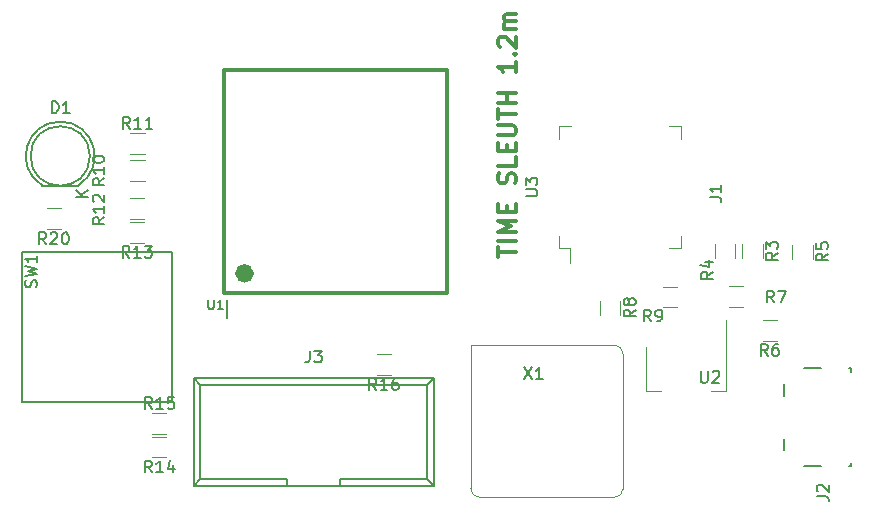
<source format=gto>
G04 #@! TF.GenerationSoftware,KiCad,Pcbnew,(5.1.6)-1*
G04 #@! TF.CreationDate,2020-11-05T21:16:00+01:00*
G04 #@! TF.ProjectId,lag_tester,6c61675f-7465-4737-9465-722e6b696361,rev?*
G04 #@! TF.SameCoordinates,Original*
G04 #@! TF.FileFunction,Legend,Top*
G04 #@! TF.FilePolarity,Positive*
%FSLAX46Y46*%
G04 Gerber Fmt 4.6, Leading zero omitted, Abs format (unit mm)*
G04 Created by KiCad (PCBNEW (5.1.6)-1) date 2020-11-05 21:16:00*
%MOMM*%
%LPD*%
G01*
G04 APERTURE LIST*
%ADD10C,0.300000*%
%ADD11C,0.150000*%
%ADD12C,0.120000*%
%ADD13C,0.350000*%
%ADD14C,1.000000*%
G04 APERTURE END LIST*
D10*
X108678571Y-96892857D02*
X108678571Y-96035714D01*
X110178571Y-96464285D02*
X108678571Y-96464285D01*
X110178571Y-95535714D02*
X108678571Y-95535714D01*
X110178571Y-94821428D02*
X108678571Y-94821428D01*
X109750000Y-94321428D01*
X108678571Y-93821428D01*
X110178571Y-93821428D01*
X109392857Y-93107142D02*
X109392857Y-92607142D01*
X110178571Y-92392857D02*
X110178571Y-93107142D01*
X108678571Y-93107142D01*
X108678571Y-92392857D01*
X110107142Y-90678571D02*
X110178571Y-90464285D01*
X110178571Y-90107142D01*
X110107142Y-89964285D01*
X110035714Y-89892857D01*
X109892857Y-89821428D01*
X109750000Y-89821428D01*
X109607142Y-89892857D01*
X109535714Y-89964285D01*
X109464285Y-90107142D01*
X109392857Y-90392857D01*
X109321428Y-90535714D01*
X109250000Y-90607142D01*
X109107142Y-90678571D01*
X108964285Y-90678571D01*
X108821428Y-90607142D01*
X108750000Y-90535714D01*
X108678571Y-90392857D01*
X108678571Y-90035714D01*
X108750000Y-89821428D01*
X110178571Y-88464285D02*
X110178571Y-89178571D01*
X108678571Y-89178571D01*
X109392857Y-87964285D02*
X109392857Y-87464285D01*
X110178571Y-87250000D02*
X110178571Y-87964285D01*
X108678571Y-87964285D01*
X108678571Y-87250000D01*
X108678571Y-86607142D02*
X109892857Y-86607142D01*
X110035714Y-86535714D01*
X110107142Y-86464285D01*
X110178571Y-86321428D01*
X110178571Y-86035714D01*
X110107142Y-85892857D01*
X110035714Y-85821428D01*
X109892857Y-85750000D01*
X108678571Y-85750000D01*
X108678571Y-85250000D02*
X108678571Y-84392857D01*
X110178571Y-84821428D02*
X108678571Y-84821428D01*
X110178571Y-83892857D02*
X108678571Y-83892857D01*
X109392857Y-83892857D02*
X109392857Y-83035714D01*
X110178571Y-83035714D02*
X108678571Y-83035714D01*
X110178571Y-80392857D02*
X110178571Y-81250000D01*
X110178571Y-80821428D02*
X108678571Y-80821428D01*
X108892857Y-80964285D01*
X109035714Y-81107142D01*
X109107142Y-81250000D01*
X110035714Y-79750000D02*
X110107142Y-79678571D01*
X110178571Y-79750000D01*
X110107142Y-79821428D01*
X110035714Y-79750000D01*
X110178571Y-79750000D01*
X108821428Y-79107142D02*
X108750000Y-79035714D01*
X108678571Y-78892857D01*
X108678571Y-78535714D01*
X108750000Y-78392857D01*
X108821428Y-78321428D01*
X108964285Y-78250000D01*
X109107142Y-78250000D01*
X109321428Y-78321428D01*
X110178571Y-79178571D01*
X110178571Y-78250000D01*
X110178571Y-77607142D02*
X109178571Y-77607142D01*
X109321428Y-77607142D02*
X109250000Y-77535714D01*
X109178571Y-77392857D01*
X109178571Y-77178571D01*
X109250000Y-77035714D01*
X109392857Y-76964285D01*
X110178571Y-76964285D01*
X109392857Y-76964285D02*
X109250000Y-76892857D01*
X109178571Y-76750000D01*
X109178571Y-76535714D01*
X109250000Y-76392857D01*
X109392857Y-76321428D01*
X110178571Y-76321428D01*
D11*
X134605000Y-114640000D02*
X136005000Y-114640000D01*
X138405000Y-114640000D02*
X138555000Y-114640000D01*
X138555000Y-114640000D02*
X138555000Y-114340000D01*
X138555000Y-106640000D02*
X138555000Y-106340000D01*
X138555000Y-106340000D02*
X138405000Y-106340000D01*
X136005000Y-106340000D02*
X134605000Y-106340000D01*
X132855000Y-112290000D02*
X132855000Y-113290000D01*
X132855000Y-108690000D02*
X132855000Y-107690000D01*
X68340000Y-96460000D02*
X81040000Y-96460000D01*
X68340000Y-109160000D02*
X68340000Y-96460000D01*
X81040000Y-109160000D02*
X68340000Y-109160000D01*
X81040000Y-96460000D02*
X81040000Y-109160000D01*
D12*
X113825000Y-96175000D02*
X114775000Y-96175000D01*
X113825000Y-85825000D02*
X114875000Y-85825000D01*
X124175000Y-85825000D02*
X123125000Y-85825000D01*
X124175000Y-96175000D02*
X123125000Y-96175000D01*
X113825000Y-96175000D02*
X113825000Y-95125000D01*
X124175000Y-96175000D02*
X124175000Y-95125000D01*
X124175000Y-85825000D02*
X124175000Y-86875000D01*
X113825000Y-85825000D02*
X113825000Y-86875000D01*
X114775000Y-96175000D02*
X114775000Y-97450000D01*
X77500000Y-93920000D02*
X78700000Y-93920000D01*
X78700000Y-95680000D02*
X77500000Y-95680000D01*
X78700000Y-93680000D02*
X77500000Y-93680000D01*
X77500000Y-91920000D02*
X78700000Y-91920000D01*
X78750000Y-88180000D02*
X77550000Y-88180000D01*
X77550000Y-86420000D02*
X78750000Y-86420000D01*
X77550000Y-88720000D02*
X78750000Y-88720000D01*
X78750000Y-90480000D02*
X77550000Y-90480000D01*
X99600000Y-106880000D02*
X98400000Y-106880000D01*
X98400000Y-105120000D02*
X99600000Y-105120000D01*
X71650000Y-94555000D02*
X70450000Y-94555000D01*
X70450000Y-92795000D02*
X71650000Y-92795000D01*
D11*
X74117936Y-88355000D02*
G75*
G03*
X74117936Y-88355000I-2517936J0D01*
G01*
X73100000Y-90855000D02*
X70100000Y-90855000D01*
X73124904Y-90839888D02*
G75*
G03*
X70100000Y-90855000I-1524904J2484888D01*
G01*
D12*
X132270000Y-104000000D02*
X131070000Y-104000000D01*
X131070000Y-102240000D02*
X132270000Y-102240000D01*
X129440000Y-101160000D02*
X128240000Y-101160000D01*
X128240000Y-99400000D02*
X129440000Y-99400000D01*
X133570000Y-97050000D02*
X133570000Y-95850000D01*
X135330000Y-95850000D02*
X135330000Y-97050000D01*
X131100000Y-95790000D02*
X131100000Y-96990000D01*
X129340000Y-96990000D02*
X129340000Y-95790000D01*
X127000000Y-97020000D02*
X127000000Y-95820000D01*
X128760000Y-95820000D02*
X128760000Y-97020000D01*
X117280000Y-101800000D02*
X117280000Y-100600000D01*
X119040000Y-100600000D02*
X119040000Y-101800000D01*
X123840000Y-101180000D02*
X122640000Y-101180000D01*
X122640000Y-99420000D02*
X123840000Y-99420000D01*
X128002782Y-102249344D02*
X128002782Y-108259344D01*
X121182782Y-104499344D02*
X121182782Y-108259344D01*
X128002782Y-108259344D02*
X126742782Y-108259344D01*
X121182782Y-108259344D02*
X122442782Y-108259344D01*
D13*
X85508000Y-99992000D02*
X104392000Y-99992000D01*
X85508000Y-81108000D02*
X85508000Y-99992000D01*
X104392000Y-81108000D02*
X85508000Y-81108000D01*
X104392000Y-99992000D02*
X104392000Y-81108000D01*
D11*
X85700000Y-102050000D02*
X85700000Y-100550000D01*
D14*
X87486981Y-98297000D02*
G75*
G03*
X87486981Y-98297000I-283981J0D01*
G01*
D12*
X80600000Y-113880000D02*
X79400000Y-113880000D01*
X79400000Y-112120000D02*
X80600000Y-112120000D01*
X80600000Y-111880000D02*
X79400000Y-111880000D01*
X79400000Y-110120000D02*
X80600000Y-110120000D01*
D11*
X103240000Y-116280000D02*
X102680000Y-115730000D01*
X82920000Y-116280000D02*
X83460000Y-115730000D01*
X103240000Y-107180000D02*
X102680000Y-107730000D01*
X82920000Y-107180000D02*
X83460000Y-107730000D01*
X102680000Y-107730000D02*
X102680000Y-115730000D01*
X103240000Y-107180000D02*
X103240000Y-116280000D01*
X83460000Y-107730000D02*
X83460000Y-115730000D01*
X82920000Y-107180000D02*
X82920000Y-116280000D01*
X95330000Y-115730000D02*
X95330000Y-116280000D01*
X90830000Y-115730000D02*
X90830000Y-116280000D01*
X95330000Y-115730000D02*
X102680000Y-115730000D01*
X83460000Y-115730000D02*
X90830000Y-115730000D01*
X82920000Y-116280000D02*
X103240000Y-116280000D01*
X83460000Y-107730000D02*
X102680000Y-107730000D01*
X82920000Y-107180000D02*
X103240000Y-107180000D01*
D12*
X106360000Y-104360000D02*
X106360000Y-116510000D01*
X107110000Y-117260000D02*
X118510000Y-117260000D01*
X119260000Y-116510000D02*
X119260000Y-105110000D01*
X118510000Y-104360000D02*
X106360000Y-104360000D01*
X106360000Y-116510000D02*
G75*
G03*
X107110000Y-117260000I750000J0D01*
G01*
X118510000Y-117260000D02*
G75*
G03*
X119260000Y-116510000I0J750000D01*
G01*
X119260000Y-105110000D02*
G75*
G03*
X118510000Y-104360000I-750000J0D01*
G01*
D11*
X135657380Y-117173333D02*
X136371666Y-117173333D01*
X136514523Y-117220952D01*
X136609761Y-117316190D01*
X136657380Y-117459047D01*
X136657380Y-117554285D01*
X135752619Y-116744761D02*
X135705000Y-116697142D01*
X135657380Y-116601904D01*
X135657380Y-116363809D01*
X135705000Y-116268571D01*
X135752619Y-116220952D01*
X135847857Y-116173333D01*
X135943095Y-116173333D01*
X136085952Y-116220952D01*
X136657380Y-116792380D01*
X136657380Y-116173333D01*
X69579761Y-99458333D02*
X69627380Y-99315476D01*
X69627380Y-99077380D01*
X69579761Y-98982142D01*
X69532142Y-98934523D01*
X69436904Y-98886904D01*
X69341666Y-98886904D01*
X69246428Y-98934523D01*
X69198809Y-98982142D01*
X69151190Y-99077380D01*
X69103571Y-99267857D01*
X69055952Y-99363095D01*
X69008333Y-99410714D01*
X68913095Y-99458333D01*
X68817857Y-99458333D01*
X68722619Y-99410714D01*
X68675000Y-99363095D01*
X68627380Y-99267857D01*
X68627380Y-99029761D01*
X68675000Y-98886904D01*
X68627380Y-98553571D02*
X69627380Y-98315476D01*
X68913095Y-98125000D01*
X69627380Y-97934523D01*
X68627380Y-97696428D01*
X69627380Y-96791666D02*
X69627380Y-97363095D01*
X69627380Y-97077380D02*
X68627380Y-97077380D01*
X68770238Y-97172619D01*
X68865476Y-97267857D01*
X68913095Y-97363095D01*
X111002380Y-91761904D02*
X111811904Y-91761904D01*
X111907142Y-91714285D01*
X111954761Y-91666666D01*
X112002380Y-91571428D01*
X112002380Y-91380952D01*
X111954761Y-91285714D01*
X111907142Y-91238095D01*
X111811904Y-91190476D01*
X111002380Y-91190476D01*
X111002380Y-90809523D02*
X111002380Y-90190476D01*
X111383333Y-90523809D01*
X111383333Y-90380952D01*
X111430952Y-90285714D01*
X111478571Y-90238095D01*
X111573809Y-90190476D01*
X111811904Y-90190476D01*
X111907142Y-90238095D01*
X111954761Y-90285714D01*
X112002380Y-90380952D01*
X112002380Y-90666666D01*
X111954761Y-90761904D01*
X111907142Y-90809523D01*
X126577380Y-91833333D02*
X127291666Y-91833333D01*
X127434523Y-91880952D01*
X127529761Y-91976190D01*
X127577380Y-92119047D01*
X127577380Y-92214285D01*
X127577380Y-90833333D02*
X127577380Y-91404761D01*
X127577380Y-91119047D02*
X126577380Y-91119047D01*
X126720238Y-91214285D01*
X126815476Y-91309523D01*
X126863095Y-91404761D01*
X77457142Y-96952380D02*
X77123809Y-96476190D01*
X76885714Y-96952380D02*
X76885714Y-95952380D01*
X77266666Y-95952380D01*
X77361904Y-96000000D01*
X77409523Y-96047619D01*
X77457142Y-96142857D01*
X77457142Y-96285714D01*
X77409523Y-96380952D01*
X77361904Y-96428571D01*
X77266666Y-96476190D01*
X76885714Y-96476190D01*
X78409523Y-96952380D02*
X77838095Y-96952380D01*
X78123809Y-96952380D02*
X78123809Y-95952380D01*
X78028571Y-96095238D01*
X77933333Y-96190476D01*
X77838095Y-96238095D01*
X78742857Y-95952380D02*
X79361904Y-95952380D01*
X79028571Y-96333333D01*
X79171428Y-96333333D01*
X79266666Y-96380952D01*
X79314285Y-96428571D01*
X79361904Y-96523809D01*
X79361904Y-96761904D01*
X79314285Y-96857142D01*
X79266666Y-96904761D01*
X79171428Y-96952380D01*
X78885714Y-96952380D01*
X78790476Y-96904761D01*
X78742857Y-96857142D01*
X75352380Y-93542857D02*
X74876190Y-93876190D01*
X75352380Y-94114285D02*
X74352380Y-94114285D01*
X74352380Y-93733333D01*
X74400000Y-93638095D01*
X74447619Y-93590476D01*
X74542857Y-93542857D01*
X74685714Y-93542857D01*
X74780952Y-93590476D01*
X74828571Y-93638095D01*
X74876190Y-93733333D01*
X74876190Y-94114285D01*
X75352380Y-92590476D02*
X75352380Y-93161904D01*
X75352380Y-92876190D02*
X74352380Y-92876190D01*
X74495238Y-92971428D01*
X74590476Y-93066666D01*
X74638095Y-93161904D01*
X74447619Y-92209523D02*
X74400000Y-92161904D01*
X74352380Y-92066666D01*
X74352380Y-91828571D01*
X74400000Y-91733333D01*
X74447619Y-91685714D01*
X74542857Y-91638095D01*
X74638095Y-91638095D01*
X74780952Y-91685714D01*
X75352380Y-92257142D01*
X75352380Y-91638095D01*
X77507142Y-86052380D02*
X77173809Y-85576190D01*
X76935714Y-86052380D02*
X76935714Y-85052380D01*
X77316666Y-85052380D01*
X77411904Y-85100000D01*
X77459523Y-85147619D01*
X77507142Y-85242857D01*
X77507142Y-85385714D01*
X77459523Y-85480952D01*
X77411904Y-85528571D01*
X77316666Y-85576190D01*
X76935714Y-85576190D01*
X78459523Y-86052380D02*
X77888095Y-86052380D01*
X78173809Y-86052380D02*
X78173809Y-85052380D01*
X78078571Y-85195238D01*
X77983333Y-85290476D01*
X77888095Y-85338095D01*
X79411904Y-86052380D02*
X78840476Y-86052380D01*
X79126190Y-86052380D02*
X79126190Y-85052380D01*
X79030952Y-85195238D01*
X78935714Y-85290476D01*
X78840476Y-85338095D01*
X75352380Y-90242857D02*
X74876190Y-90576190D01*
X75352380Y-90814285D02*
X74352380Y-90814285D01*
X74352380Y-90433333D01*
X74400000Y-90338095D01*
X74447619Y-90290476D01*
X74542857Y-90242857D01*
X74685714Y-90242857D01*
X74780952Y-90290476D01*
X74828571Y-90338095D01*
X74876190Y-90433333D01*
X74876190Y-90814285D01*
X75352380Y-89290476D02*
X75352380Y-89861904D01*
X75352380Y-89576190D02*
X74352380Y-89576190D01*
X74495238Y-89671428D01*
X74590476Y-89766666D01*
X74638095Y-89861904D01*
X74352380Y-88671428D02*
X74352380Y-88576190D01*
X74400000Y-88480952D01*
X74447619Y-88433333D01*
X74542857Y-88385714D01*
X74733333Y-88338095D01*
X74971428Y-88338095D01*
X75161904Y-88385714D01*
X75257142Y-88433333D01*
X75304761Y-88480952D01*
X75352380Y-88576190D01*
X75352380Y-88671428D01*
X75304761Y-88766666D01*
X75257142Y-88814285D01*
X75161904Y-88861904D01*
X74971428Y-88909523D01*
X74733333Y-88909523D01*
X74542857Y-88861904D01*
X74447619Y-88814285D01*
X74400000Y-88766666D01*
X74352380Y-88671428D01*
X98357142Y-108152380D02*
X98023809Y-107676190D01*
X97785714Y-108152380D02*
X97785714Y-107152380D01*
X98166666Y-107152380D01*
X98261904Y-107200000D01*
X98309523Y-107247619D01*
X98357142Y-107342857D01*
X98357142Y-107485714D01*
X98309523Y-107580952D01*
X98261904Y-107628571D01*
X98166666Y-107676190D01*
X97785714Y-107676190D01*
X99309523Y-108152380D02*
X98738095Y-108152380D01*
X99023809Y-108152380D02*
X99023809Y-107152380D01*
X98928571Y-107295238D01*
X98833333Y-107390476D01*
X98738095Y-107438095D01*
X100166666Y-107152380D02*
X99976190Y-107152380D01*
X99880952Y-107200000D01*
X99833333Y-107247619D01*
X99738095Y-107390476D01*
X99690476Y-107580952D01*
X99690476Y-107961904D01*
X99738095Y-108057142D01*
X99785714Y-108104761D01*
X99880952Y-108152380D01*
X100071428Y-108152380D01*
X100166666Y-108104761D01*
X100214285Y-108057142D01*
X100261904Y-107961904D01*
X100261904Y-107723809D01*
X100214285Y-107628571D01*
X100166666Y-107580952D01*
X100071428Y-107533333D01*
X99880952Y-107533333D01*
X99785714Y-107580952D01*
X99738095Y-107628571D01*
X99690476Y-107723809D01*
X70407142Y-95827380D02*
X70073809Y-95351190D01*
X69835714Y-95827380D02*
X69835714Y-94827380D01*
X70216666Y-94827380D01*
X70311904Y-94875000D01*
X70359523Y-94922619D01*
X70407142Y-95017857D01*
X70407142Y-95160714D01*
X70359523Y-95255952D01*
X70311904Y-95303571D01*
X70216666Y-95351190D01*
X69835714Y-95351190D01*
X70788095Y-94922619D02*
X70835714Y-94875000D01*
X70930952Y-94827380D01*
X71169047Y-94827380D01*
X71264285Y-94875000D01*
X71311904Y-94922619D01*
X71359523Y-95017857D01*
X71359523Y-95113095D01*
X71311904Y-95255952D01*
X70740476Y-95827380D01*
X71359523Y-95827380D01*
X71978571Y-94827380D02*
X72073809Y-94827380D01*
X72169047Y-94875000D01*
X72216666Y-94922619D01*
X72264285Y-95017857D01*
X72311904Y-95208333D01*
X72311904Y-95446428D01*
X72264285Y-95636904D01*
X72216666Y-95732142D01*
X72169047Y-95779761D01*
X72073809Y-95827380D01*
X71978571Y-95827380D01*
X71883333Y-95779761D01*
X71835714Y-95732142D01*
X71788095Y-95636904D01*
X71740476Y-95446428D01*
X71740476Y-95208333D01*
X71788095Y-95017857D01*
X71835714Y-94922619D01*
X71883333Y-94875000D01*
X71978571Y-94827380D01*
X70886904Y-84727380D02*
X70886904Y-83727380D01*
X71125000Y-83727380D01*
X71267857Y-83775000D01*
X71363095Y-83870238D01*
X71410714Y-83965476D01*
X71458333Y-84155952D01*
X71458333Y-84298809D01*
X71410714Y-84489285D01*
X71363095Y-84584523D01*
X71267857Y-84679761D01*
X71125000Y-84727380D01*
X70886904Y-84727380D01*
X72410714Y-84727380D02*
X71839285Y-84727380D01*
X72125000Y-84727380D02*
X72125000Y-83727380D01*
X72029761Y-83870238D01*
X71934523Y-83965476D01*
X71839285Y-84013095D01*
X73957380Y-91791904D02*
X72957380Y-91791904D01*
X73957380Y-91220476D02*
X73385952Y-91649047D01*
X72957380Y-91220476D02*
X73528809Y-91791904D01*
X131503333Y-105272380D02*
X131170000Y-104796190D01*
X130931904Y-105272380D02*
X130931904Y-104272380D01*
X131312857Y-104272380D01*
X131408095Y-104320000D01*
X131455714Y-104367619D01*
X131503333Y-104462857D01*
X131503333Y-104605714D01*
X131455714Y-104700952D01*
X131408095Y-104748571D01*
X131312857Y-104796190D01*
X130931904Y-104796190D01*
X132360476Y-104272380D02*
X132170000Y-104272380D01*
X132074761Y-104320000D01*
X132027142Y-104367619D01*
X131931904Y-104510476D01*
X131884285Y-104700952D01*
X131884285Y-105081904D01*
X131931904Y-105177142D01*
X131979523Y-105224761D01*
X132074761Y-105272380D01*
X132265238Y-105272380D01*
X132360476Y-105224761D01*
X132408095Y-105177142D01*
X132455714Y-105081904D01*
X132455714Y-104843809D01*
X132408095Y-104748571D01*
X132360476Y-104700952D01*
X132265238Y-104653333D01*
X132074761Y-104653333D01*
X131979523Y-104700952D01*
X131931904Y-104748571D01*
X131884285Y-104843809D01*
X132033333Y-100752380D02*
X131700000Y-100276190D01*
X131461904Y-100752380D02*
X131461904Y-99752380D01*
X131842857Y-99752380D01*
X131938095Y-99800000D01*
X131985714Y-99847619D01*
X132033333Y-99942857D01*
X132033333Y-100085714D01*
X131985714Y-100180952D01*
X131938095Y-100228571D01*
X131842857Y-100276190D01*
X131461904Y-100276190D01*
X132366666Y-99752380D02*
X133033333Y-99752380D01*
X132604761Y-100752380D01*
X136602380Y-96616666D02*
X136126190Y-96950000D01*
X136602380Y-97188095D02*
X135602380Y-97188095D01*
X135602380Y-96807142D01*
X135650000Y-96711904D01*
X135697619Y-96664285D01*
X135792857Y-96616666D01*
X135935714Y-96616666D01*
X136030952Y-96664285D01*
X136078571Y-96711904D01*
X136126190Y-96807142D01*
X136126190Y-97188095D01*
X135602380Y-95711904D02*
X135602380Y-96188095D01*
X136078571Y-96235714D01*
X136030952Y-96188095D01*
X135983333Y-96092857D01*
X135983333Y-95854761D01*
X136030952Y-95759523D01*
X136078571Y-95711904D01*
X136173809Y-95664285D01*
X136411904Y-95664285D01*
X136507142Y-95711904D01*
X136554761Y-95759523D01*
X136602380Y-95854761D01*
X136602380Y-96092857D01*
X136554761Y-96188095D01*
X136507142Y-96235714D01*
X132352380Y-96556666D02*
X131876190Y-96890000D01*
X132352380Y-97128095D02*
X131352380Y-97128095D01*
X131352380Y-96747142D01*
X131400000Y-96651904D01*
X131447619Y-96604285D01*
X131542857Y-96556666D01*
X131685714Y-96556666D01*
X131780952Y-96604285D01*
X131828571Y-96651904D01*
X131876190Y-96747142D01*
X131876190Y-97128095D01*
X131352380Y-96223333D02*
X131352380Y-95604285D01*
X131733333Y-95937619D01*
X131733333Y-95794761D01*
X131780952Y-95699523D01*
X131828571Y-95651904D01*
X131923809Y-95604285D01*
X132161904Y-95604285D01*
X132257142Y-95651904D01*
X132304761Y-95699523D01*
X132352380Y-95794761D01*
X132352380Y-96080476D01*
X132304761Y-96175714D01*
X132257142Y-96223333D01*
X126852380Y-98166666D02*
X126376190Y-98500000D01*
X126852380Y-98738095D02*
X125852380Y-98738095D01*
X125852380Y-98357142D01*
X125900000Y-98261904D01*
X125947619Y-98214285D01*
X126042857Y-98166666D01*
X126185714Y-98166666D01*
X126280952Y-98214285D01*
X126328571Y-98261904D01*
X126376190Y-98357142D01*
X126376190Y-98738095D01*
X126185714Y-97309523D02*
X126852380Y-97309523D01*
X125804761Y-97547619D02*
X126519047Y-97785714D01*
X126519047Y-97166666D01*
X120312380Y-101366666D02*
X119836190Y-101700000D01*
X120312380Y-101938095D02*
X119312380Y-101938095D01*
X119312380Y-101557142D01*
X119360000Y-101461904D01*
X119407619Y-101414285D01*
X119502857Y-101366666D01*
X119645714Y-101366666D01*
X119740952Y-101414285D01*
X119788571Y-101461904D01*
X119836190Y-101557142D01*
X119836190Y-101938095D01*
X119740952Y-100795238D02*
X119693333Y-100890476D01*
X119645714Y-100938095D01*
X119550476Y-100985714D01*
X119502857Y-100985714D01*
X119407619Y-100938095D01*
X119360000Y-100890476D01*
X119312380Y-100795238D01*
X119312380Y-100604761D01*
X119360000Y-100509523D01*
X119407619Y-100461904D01*
X119502857Y-100414285D01*
X119550476Y-100414285D01*
X119645714Y-100461904D01*
X119693333Y-100509523D01*
X119740952Y-100604761D01*
X119740952Y-100795238D01*
X119788571Y-100890476D01*
X119836190Y-100938095D01*
X119931428Y-100985714D01*
X120121904Y-100985714D01*
X120217142Y-100938095D01*
X120264761Y-100890476D01*
X120312380Y-100795238D01*
X120312380Y-100604761D01*
X120264761Y-100509523D01*
X120217142Y-100461904D01*
X120121904Y-100414285D01*
X119931428Y-100414285D01*
X119836190Y-100461904D01*
X119788571Y-100509523D01*
X119740952Y-100604761D01*
X121613333Y-102352380D02*
X121280000Y-101876190D01*
X121041904Y-102352380D02*
X121041904Y-101352380D01*
X121422857Y-101352380D01*
X121518095Y-101400000D01*
X121565714Y-101447619D01*
X121613333Y-101542857D01*
X121613333Y-101685714D01*
X121565714Y-101780952D01*
X121518095Y-101828571D01*
X121422857Y-101876190D01*
X121041904Y-101876190D01*
X122089523Y-102352380D02*
X122280000Y-102352380D01*
X122375238Y-102304761D01*
X122422857Y-102257142D01*
X122518095Y-102114285D01*
X122565714Y-101923809D01*
X122565714Y-101542857D01*
X122518095Y-101447619D01*
X122470476Y-101400000D01*
X122375238Y-101352380D01*
X122184761Y-101352380D01*
X122089523Y-101400000D01*
X122041904Y-101447619D01*
X121994285Y-101542857D01*
X121994285Y-101780952D01*
X122041904Y-101876190D01*
X122089523Y-101923809D01*
X122184761Y-101971428D01*
X122375238Y-101971428D01*
X122470476Y-101923809D01*
X122518095Y-101876190D01*
X122565714Y-101780952D01*
X125838095Y-106552380D02*
X125838095Y-107361904D01*
X125885714Y-107457142D01*
X125933333Y-107504761D01*
X126028571Y-107552380D01*
X126219047Y-107552380D01*
X126314285Y-107504761D01*
X126361904Y-107457142D01*
X126409523Y-107361904D01*
X126409523Y-106552380D01*
X126838095Y-106647619D02*
X126885714Y-106600000D01*
X126980952Y-106552380D01*
X127219047Y-106552380D01*
X127314285Y-106600000D01*
X127361904Y-106647619D01*
X127409523Y-106742857D01*
X127409523Y-106838095D01*
X127361904Y-106980952D01*
X126790476Y-107552380D01*
X127409523Y-107552380D01*
X84140476Y-100511904D02*
X84140476Y-101159523D01*
X84178571Y-101235714D01*
X84216666Y-101273809D01*
X84292857Y-101311904D01*
X84445238Y-101311904D01*
X84521428Y-101273809D01*
X84559523Y-101235714D01*
X84597619Y-101159523D01*
X84597619Y-100511904D01*
X85397619Y-101311904D02*
X84940476Y-101311904D01*
X85169047Y-101311904D02*
X85169047Y-100511904D01*
X85092857Y-100626190D01*
X85016666Y-100702380D01*
X84940476Y-100740476D01*
X79357142Y-115152380D02*
X79023809Y-114676190D01*
X78785714Y-115152380D02*
X78785714Y-114152380D01*
X79166666Y-114152380D01*
X79261904Y-114200000D01*
X79309523Y-114247619D01*
X79357142Y-114342857D01*
X79357142Y-114485714D01*
X79309523Y-114580952D01*
X79261904Y-114628571D01*
X79166666Y-114676190D01*
X78785714Y-114676190D01*
X80309523Y-115152380D02*
X79738095Y-115152380D01*
X80023809Y-115152380D02*
X80023809Y-114152380D01*
X79928571Y-114295238D01*
X79833333Y-114390476D01*
X79738095Y-114438095D01*
X81166666Y-114485714D02*
X81166666Y-115152380D01*
X80928571Y-114104761D02*
X80690476Y-114819047D01*
X81309523Y-114819047D01*
X79357142Y-109752380D02*
X79023809Y-109276190D01*
X78785714Y-109752380D02*
X78785714Y-108752380D01*
X79166666Y-108752380D01*
X79261904Y-108800000D01*
X79309523Y-108847619D01*
X79357142Y-108942857D01*
X79357142Y-109085714D01*
X79309523Y-109180952D01*
X79261904Y-109228571D01*
X79166666Y-109276190D01*
X78785714Y-109276190D01*
X80309523Y-109752380D02*
X79738095Y-109752380D01*
X80023809Y-109752380D02*
X80023809Y-108752380D01*
X79928571Y-108895238D01*
X79833333Y-108990476D01*
X79738095Y-109038095D01*
X81214285Y-108752380D02*
X80738095Y-108752380D01*
X80690476Y-109228571D01*
X80738095Y-109180952D01*
X80833333Y-109133333D01*
X81071428Y-109133333D01*
X81166666Y-109180952D01*
X81214285Y-109228571D01*
X81261904Y-109323809D01*
X81261904Y-109561904D01*
X81214285Y-109657142D01*
X81166666Y-109704761D01*
X81071428Y-109752380D01*
X80833333Y-109752380D01*
X80738095Y-109704761D01*
X80690476Y-109657142D01*
X92746666Y-104832380D02*
X92746666Y-105546666D01*
X92699047Y-105689523D01*
X92603809Y-105784761D01*
X92460952Y-105832380D01*
X92365714Y-105832380D01*
X93127619Y-104832380D02*
X93746666Y-104832380D01*
X93413333Y-105213333D01*
X93556190Y-105213333D01*
X93651428Y-105260952D01*
X93699047Y-105308571D01*
X93746666Y-105403809D01*
X93746666Y-105641904D01*
X93699047Y-105737142D01*
X93651428Y-105784761D01*
X93556190Y-105832380D01*
X93270476Y-105832380D01*
X93175238Y-105784761D01*
X93127619Y-105737142D01*
X110890476Y-106252380D02*
X111557142Y-107252380D01*
X111557142Y-106252380D02*
X110890476Y-107252380D01*
X112461904Y-107252380D02*
X111890476Y-107252380D01*
X112176190Y-107252380D02*
X112176190Y-106252380D01*
X112080952Y-106395238D01*
X111985714Y-106490476D01*
X111890476Y-106538095D01*
M02*

</source>
